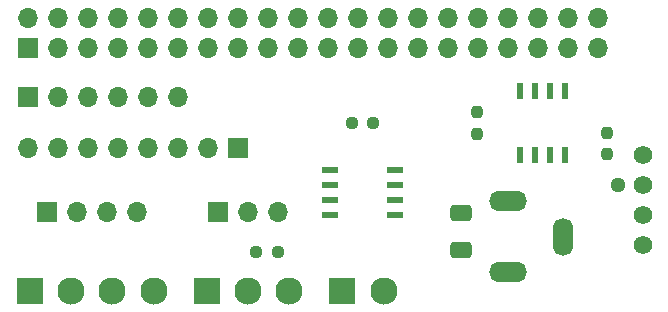
<source format=gbs>
G04 #@! TF.GenerationSoftware,KiCad,Pcbnew,7.0.11-7.0.11~ubuntu22.04.1*
G04 #@! TF.CreationDate,2024-06-23T17:04:06+02:00*
G04 #@! TF.ProjectId,RaspiZeroHat_12v_v2.5c,52617370-695a-4657-926f-4861745f3132,rev?*
G04 #@! TF.SameCoordinates,Original*
G04 #@! TF.FileFunction,Soldermask,Bot*
G04 #@! TF.FilePolarity,Negative*
%FSLAX46Y46*%
G04 Gerber Fmt 4.6, Leading zero omitted, Abs format (unit mm)*
G04 Created by KiCad (PCBNEW 7.0.11-7.0.11~ubuntu22.04.1) date 2024-06-23 17:04:06*
%MOMM*%
%LPD*%
G01*
G04 APERTURE LIST*
G04 Aperture macros list*
%AMRoundRect*
0 Rectangle with rounded corners*
0 $1 Rounding radius*
0 $2 $3 $4 $5 $6 $7 $8 $9 X,Y pos of 4 corners*
0 Add a 4 corners polygon primitive as box body*
4,1,4,$2,$3,$4,$5,$6,$7,$8,$9,$2,$3,0*
0 Add four circle primitives for the rounded corners*
1,1,$1+$1,$2,$3*
1,1,$1+$1,$4,$5*
1,1,$1+$1,$6,$7*
1,1,$1+$1,$8,$9*
0 Add four rect primitives between the rounded corners*
20,1,$1+$1,$2,$3,$4,$5,0*
20,1,$1+$1,$4,$5,$6,$7,0*
20,1,$1+$1,$6,$7,$8,$9,0*
20,1,$1+$1,$8,$9,$2,$3,0*%
G04 Aperture macros list end*
%ADD10O,1.712000X3.220000*%
%ADD11O,3.220000X1.712000*%
%ADD12C,2.300000*%
%ADD13R,2.300000X2.300000*%
%ADD14O,1.700000X1.700000*%
%ADD15R,1.700000X1.700000*%
%ADD16C,1.574800*%
%ADD17C,1.295400*%
%ADD18R,0.558800X1.460500*%
%ADD19RoundRect,0.237500X0.237500X-0.250000X0.237500X0.250000X-0.237500X0.250000X-0.237500X-0.250000X0*%
%ADD20RoundRect,0.237500X0.250000X0.237500X-0.250000X0.237500X-0.250000X-0.237500X0.250000X-0.237500X0*%
%ADD21RoundRect,0.237500X-0.237500X0.250000X-0.237500X-0.250000X0.237500X-0.250000X0.237500X0.250000X0*%
%ADD22R,1.460500X0.558800*%
%ADD23RoundRect,0.250000X-0.650000X0.412500X-0.650000X-0.412500X0.650000X-0.412500X0.650000X0.412500X0*%
G04 APERTURE END LIST*
D10*
X153675000Y-90700000D03*
D11*
X148975000Y-93700000D03*
X148975000Y-87700000D03*
D12*
X130500000Y-95300000D03*
X127000000Y-95300000D03*
D13*
X123500000Y-95300000D03*
D12*
X119000000Y-95300000D03*
X115500000Y-95300000D03*
X112000000Y-95300000D03*
D13*
X108500000Y-95300000D03*
D14*
X108340000Y-83200000D03*
X110880000Y-83200000D03*
X113420000Y-83200000D03*
X115960000Y-83200000D03*
X118500000Y-83200000D03*
X121040000Y-83200000D03*
X123580000Y-83200000D03*
D15*
X126120000Y-83200000D03*
D14*
X117570000Y-88600000D03*
X115030000Y-88600000D03*
X112490000Y-88600000D03*
D15*
X109950000Y-88600000D03*
D16*
X160452900Y-83785100D03*
X160452900Y-86325100D03*
X160452900Y-88865100D03*
X160452900Y-91405100D03*
D17*
X158292899Y-86325100D03*
D14*
X121070000Y-78900000D03*
X118530000Y-78900000D03*
X115990000Y-78900000D03*
X113450000Y-78900000D03*
X110910000Y-78900000D03*
D15*
X108370000Y-78900000D03*
D14*
X129555000Y-88600000D03*
X127015000Y-88600000D03*
D15*
X124475000Y-88600000D03*
D12*
X138500000Y-95300000D03*
D13*
X135000000Y-95300000D03*
D14*
X156630000Y-72165000D03*
X156630000Y-74705000D03*
X154090000Y-72165000D03*
X154090000Y-74705000D03*
X151550000Y-72165000D03*
X151550000Y-74705000D03*
X149010000Y-72165000D03*
X149010000Y-74705000D03*
X146470000Y-72165000D03*
X146470000Y-74705000D03*
X143930000Y-72165000D03*
X143930000Y-74705000D03*
X141390000Y-72165000D03*
X141390000Y-74705000D03*
X138850000Y-72165000D03*
X138850000Y-74705000D03*
X136310000Y-72165000D03*
X136310000Y-74705000D03*
X133770000Y-72165000D03*
X133770000Y-74705000D03*
X131230000Y-72165000D03*
X131230000Y-74705000D03*
X128690000Y-72165000D03*
X128690000Y-74705000D03*
X126150000Y-72165000D03*
X126150000Y-74705000D03*
X123610000Y-72165000D03*
X123610000Y-74705000D03*
X121070000Y-72165000D03*
X121070000Y-74705000D03*
X118530000Y-72165000D03*
X118530000Y-74705000D03*
X115990000Y-72165000D03*
X115990000Y-74705000D03*
X113450000Y-72165000D03*
X113450000Y-74705000D03*
X110910000Y-72165000D03*
X110910000Y-74705000D03*
X108370000Y-72165000D03*
D15*
X108370000Y-74705000D03*
D18*
X153805000Y-83824150D03*
X152535000Y-83824150D03*
X151265000Y-83824150D03*
X149995000Y-83824150D03*
X149995000Y-78375850D03*
X151265000Y-78375850D03*
X152535000Y-78375850D03*
X153805000Y-78375850D03*
D19*
X157400000Y-81887500D03*
X157400000Y-83712500D03*
D20*
X135787500Y-81100000D03*
X137612500Y-81100000D03*
D21*
X146400000Y-82012500D03*
X146400000Y-80187500D03*
D20*
X127687500Y-92000000D03*
X129512500Y-92000000D03*
D22*
X139424150Y-88905000D03*
X139424150Y-87635000D03*
X139424150Y-86365000D03*
X139424150Y-85095000D03*
X133975850Y-85095000D03*
X133975850Y-86365000D03*
X133975850Y-87635000D03*
X133975850Y-88905000D03*
D23*
X145000000Y-91862500D03*
X145000000Y-88737500D03*
M02*

</source>
